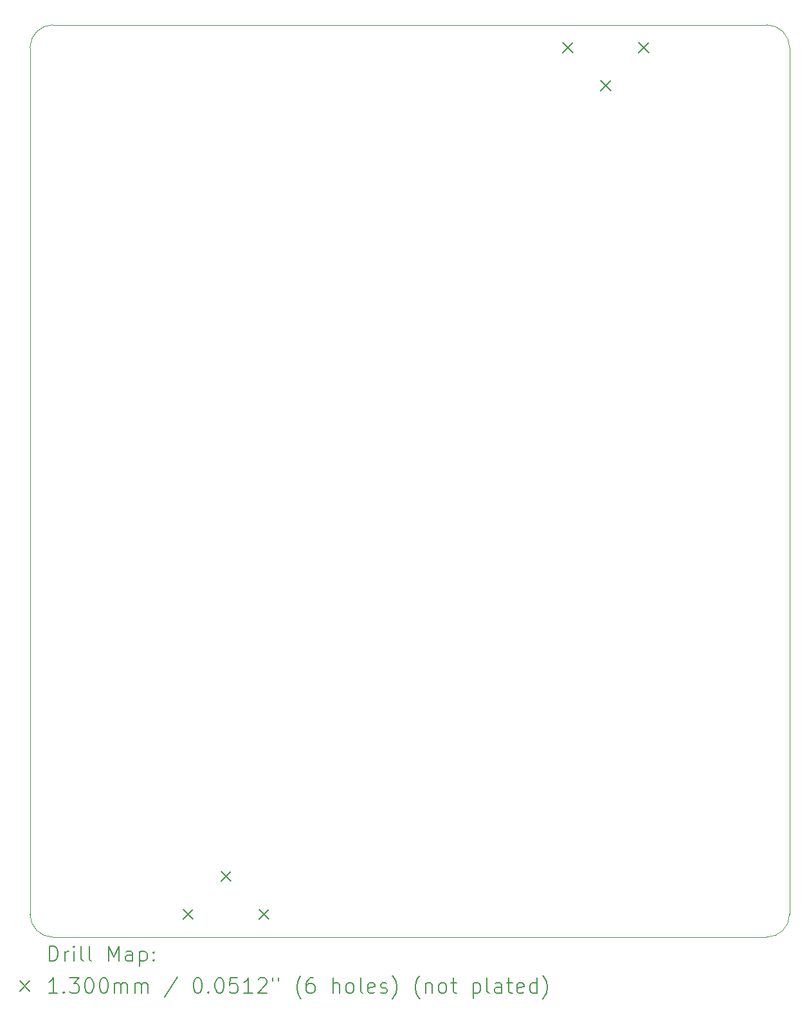
<source format=gbr>
%TF.GenerationSoftware,KiCad,Pcbnew,7.0.10-7.0.10~ubuntu22.04.1*%
%TF.CreationDate,2024-01-03T17:51:55-08:00*%
%TF.ProjectId,PartyLine80,50617274-794c-4696-9e65-38302e6b6963,rev?*%
%TF.SameCoordinates,Original*%
%TF.FileFunction,Drillmap*%
%TF.FilePolarity,Positive*%
%FSLAX45Y45*%
G04 Gerber Fmt 4.5, Leading zero omitted, Abs format (unit mm)*
G04 Created by KiCad (PCBNEW 7.0.10-7.0.10~ubuntu22.04.1) date 2024-01-03 17:51:55*
%MOMM*%
%LPD*%
G01*
G04 APERTURE LIST*
%ADD10C,0.100000*%
%ADD11C,0.200000*%
%ADD12C,0.130000*%
G04 APERTURE END LIST*
D10*
X5300000Y-14000000D02*
X14700000Y-14000000D01*
X14700000Y-14000000D02*
G75*
G03*
X15000000Y-13700000I0J300000D01*
G01*
X15000000Y-2300000D02*
G75*
G03*
X14700000Y-2000000I-300000J0D01*
G01*
X5000000Y-13700000D02*
G75*
G03*
X5300000Y-14000000I300000J0D01*
G01*
X5300000Y-2000000D02*
G75*
G03*
X5000000Y-2300000I0J-300000D01*
G01*
X5300000Y-2000000D02*
X14700000Y-2000000D01*
X15000000Y-2300000D02*
X15000000Y-13700000D01*
X5000000Y-13700000D02*
X5000000Y-2300000D01*
D11*
D12*
X7015000Y-13635000D02*
X7145000Y-13765000D01*
X7145000Y-13635000D02*
X7015000Y-13765000D01*
X7516000Y-13135000D02*
X7646000Y-13265000D01*
X7646000Y-13135000D02*
X7516000Y-13265000D01*
X8015000Y-13635000D02*
X8145000Y-13765000D01*
X8145000Y-13635000D02*
X8015000Y-13765000D01*
X12015000Y-2235000D02*
X12145000Y-2365000D01*
X12145000Y-2235000D02*
X12015000Y-2365000D01*
X12514000Y-2735000D02*
X12644000Y-2865000D01*
X12644000Y-2735000D02*
X12514000Y-2865000D01*
X13015000Y-2235000D02*
X13145000Y-2365000D01*
X13145000Y-2235000D02*
X13015000Y-2365000D01*
D11*
X5255777Y-14316484D02*
X5255777Y-14116484D01*
X5255777Y-14116484D02*
X5303396Y-14116484D01*
X5303396Y-14116484D02*
X5331967Y-14126008D01*
X5331967Y-14126008D02*
X5351015Y-14145055D01*
X5351015Y-14145055D02*
X5360539Y-14164103D01*
X5360539Y-14164103D02*
X5370063Y-14202198D01*
X5370063Y-14202198D02*
X5370063Y-14230769D01*
X5370063Y-14230769D02*
X5360539Y-14268865D01*
X5360539Y-14268865D02*
X5351015Y-14287912D01*
X5351015Y-14287912D02*
X5331967Y-14306960D01*
X5331967Y-14306960D02*
X5303396Y-14316484D01*
X5303396Y-14316484D02*
X5255777Y-14316484D01*
X5455777Y-14316484D02*
X5455777Y-14183150D01*
X5455777Y-14221246D02*
X5465301Y-14202198D01*
X5465301Y-14202198D02*
X5474824Y-14192674D01*
X5474824Y-14192674D02*
X5493872Y-14183150D01*
X5493872Y-14183150D02*
X5512920Y-14183150D01*
X5579586Y-14316484D02*
X5579586Y-14183150D01*
X5579586Y-14116484D02*
X5570063Y-14126008D01*
X5570063Y-14126008D02*
X5579586Y-14135531D01*
X5579586Y-14135531D02*
X5589110Y-14126008D01*
X5589110Y-14126008D02*
X5579586Y-14116484D01*
X5579586Y-14116484D02*
X5579586Y-14135531D01*
X5703396Y-14316484D02*
X5684348Y-14306960D01*
X5684348Y-14306960D02*
X5674824Y-14287912D01*
X5674824Y-14287912D02*
X5674824Y-14116484D01*
X5808158Y-14316484D02*
X5789110Y-14306960D01*
X5789110Y-14306960D02*
X5779586Y-14287912D01*
X5779586Y-14287912D02*
X5779586Y-14116484D01*
X6036729Y-14316484D02*
X6036729Y-14116484D01*
X6036729Y-14116484D02*
X6103396Y-14259341D01*
X6103396Y-14259341D02*
X6170062Y-14116484D01*
X6170062Y-14116484D02*
X6170062Y-14316484D01*
X6351015Y-14316484D02*
X6351015Y-14211722D01*
X6351015Y-14211722D02*
X6341491Y-14192674D01*
X6341491Y-14192674D02*
X6322443Y-14183150D01*
X6322443Y-14183150D02*
X6284348Y-14183150D01*
X6284348Y-14183150D02*
X6265301Y-14192674D01*
X6351015Y-14306960D02*
X6331967Y-14316484D01*
X6331967Y-14316484D02*
X6284348Y-14316484D01*
X6284348Y-14316484D02*
X6265301Y-14306960D01*
X6265301Y-14306960D02*
X6255777Y-14287912D01*
X6255777Y-14287912D02*
X6255777Y-14268865D01*
X6255777Y-14268865D02*
X6265301Y-14249817D01*
X6265301Y-14249817D02*
X6284348Y-14240293D01*
X6284348Y-14240293D02*
X6331967Y-14240293D01*
X6331967Y-14240293D02*
X6351015Y-14230769D01*
X6446253Y-14183150D02*
X6446253Y-14383150D01*
X6446253Y-14192674D02*
X6465301Y-14183150D01*
X6465301Y-14183150D02*
X6503396Y-14183150D01*
X6503396Y-14183150D02*
X6522443Y-14192674D01*
X6522443Y-14192674D02*
X6531967Y-14202198D01*
X6531967Y-14202198D02*
X6541491Y-14221246D01*
X6541491Y-14221246D02*
X6541491Y-14278388D01*
X6541491Y-14278388D02*
X6531967Y-14297436D01*
X6531967Y-14297436D02*
X6522443Y-14306960D01*
X6522443Y-14306960D02*
X6503396Y-14316484D01*
X6503396Y-14316484D02*
X6465301Y-14316484D01*
X6465301Y-14316484D02*
X6446253Y-14306960D01*
X6627205Y-14297436D02*
X6636729Y-14306960D01*
X6636729Y-14306960D02*
X6627205Y-14316484D01*
X6627205Y-14316484D02*
X6617682Y-14306960D01*
X6617682Y-14306960D02*
X6627205Y-14297436D01*
X6627205Y-14297436D02*
X6627205Y-14316484D01*
X6627205Y-14192674D02*
X6636729Y-14202198D01*
X6636729Y-14202198D02*
X6627205Y-14211722D01*
X6627205Y-14211722D02*
X6617682Y-14202198D01*
X6617682Y-14202198D02*
X6627205Y-14192674D01*
X6627205Y-14192674D02*
X6627205Y-14211722D01*
D12*
X4865000Y-14580000D02*
X4995000Y-14710000D01*
X4995000Y-14580000D02*
X4865000Y-14710000D01*
D11*
X5360539Y-14736484D02*
X5246253Y-14736484D01*
X5303396Y-14736484D02*
X5303396Y-14536484D01*
X5303396Y-14536484D02*
X5284348Y-14565055D01*
X5284348Y-14565055D02*
X5265301Y-14584103D01*
X5265301Y-14584103D02*
X5246253Y-14593627D01*
X5446253Y-14717436D02*
X5455777Y-14726960D01*
X5455777Y-14726960D02*
X5446253Y-14736484D01*
X5446253Y-14736484D02*
X5436729Y-14726960D01*
X5436729Y-14726960D02*
X5446253Y-14717436D01*
X5446253Y-14717436D02*
X5446253Y-14736484D01*
X5522444Y-14536484D02*
X5646253Y-14536484D01*
X5646253Y-14536484D02*
X5579586Y-14612674D01*
X5579586Y-14612674D02*
X5608158Y-14612674D01*
X5608158Y-14612674D02*
X5627205Y-14622198D01*
X5627205Y-14622198D02*
X5636729Y-14631722D01*
X5636729Y-14631722D02*
X5646253Y-14650769D01*
X5646253Y-14650769D02*
X5646253Y-14698388D01*
X5646253Y-14698388D02*
X5636729Y-14717436D01*
X5636729Y-14717436D02*
X5627205Y-14726960D01*
X5627205Y-14726960D02*
X5608158Y-14736484D01*
X5608158Y-14736484D02*
X5551015Y-14736484D01*
X5551015Y-14736484D02*
X5531967Y-14726960D01*
X5531967Y-14726960D02*
X5522444Y-14717436D01*
X5770062Y-14536484D02*
X5789110Y-14536484D01*
X5789110Y-14536484D02*
X5808158Y-14546008D01*
X5808158Y-14546008D02*
X5817682Y-14555531D01*
X5817682Y-14555531D02*
X5827205Y-14574579D01*
X5827205Y-14574579D02*
X5836729Y-14612674D01*
X5836729Y-14612674D02*
X5836729Y-14660293D01*
X5836729Y-14660293D02*
X5827205Y-14698388D01*
X5827205Y-14698388D02*
X5817682Y-14717436D01*
X5817682Y-14717436D02*
X5808158Y-14726960D01*
X5808158Y-14726960D02*
X5789110Y-14736484D01*
X5789110Y-14736484D02*
X5770062Y-14736484D01*
X5770062Y-14736484D02*
X5751015Y-14726960D01*
X5751015Y-14726960D02*
X5741491Y-14717436D01*
X5741491Y-14717436D02*
X5731967Y-14698388D01*
X5731967Y-14698388D02*
X5722443Y-14660293D01*
X5722443Y-14660293D02*
X5722443Y-14612674D01*
X5722443Y-14612674D02*
X5731967Y-14574579D01*
X5731967Y-14574579D02*
X5741491Y-14555531D01*
X5741491Y-14555531D02*
X5751015Y-14546008D01*
X5751015Y-14546008D02*
X5770062Y-14536484D01*
X5960539Y-14536484D02*
X5979586Y-14536484D01*
X5979586Y-14536484D02*
X5998634Y-14546008D01*
X5998634Y-14546008D02*
X6008158Y-14555531D01*
X6008158Y-14555531D02*
X6017682Y-14574579D01*
X6017682Y-14574579D02*
X6027205Y-14612674D01*
X6027205Y-14612674D02*
X6027205Y-14660293D01*
X6027205Y-14660293D02*
X6017682Y-14698388D01*
X6017682Y-14698388D02*
X6008158Y-14717436D01*
X6008158Y-14717436D02*
X5998634Y-14726960D01*
X5998634Y-14726960D02*
X5979586Y-14736484D01*
X5979586Y-14736484D02*
X5960539Y-14736484D01*
X5960539Y-14736484D02*
X5941491Y-14726960D01*
X5941491Y-14726960D02*
X5931967Y-14717436D01*
X5931967Y-14717436D02*
X5922443Y-14698388D01*
X5922443Y-14698388D02*
X5912920Y-14660293D01*
X5912920Y-14660293D02*
X5912920Y-14612674D01*
X5912920Y-14612674D02*
X5922443Y-14574579D01*
X5922443Y-14574579D02*
X5931967Y-14555531D01*
X5931967Y-14555531D02*
X5941491Y-14546008D01*
X5941491Y-14546008D02*
X5960539Y-14536484D01*
X6112920Y-14736484D02*
X6112920Y-14603150D01*
X6112920Y-14622198D02*
X6122443Y-14612674D01*
X6122443Y-14612674D02*
X6141491Y-14603150D01*
X6141491Y-14603150D02*
X6170063Y-14603150D01*
X6170063Y-14603150D02*
X6189110Y-14612674D01*
X6189110Y-14612674D02*
X6198634Y-14631722D01*
X6198634Y-14631722D02*
X6198634Y-14736484D01*
X6198634Y-14631722D02*
X6208158Y-14612674D01*
X6208158Y-14612674D02*
X6227205Y-14603150D01*
X6227205Y-14603150D02*
X6255777Y-14603150D01*
X6255777Y-14603150D02*
X6274824Y-14612674D01*
X6274824Y-14612674D02*
X6284348Y-14631722D01*
X6284348Y-14631722D02*
X6284348Y-14736484D01*
X6379586Y-14736484D02*
X6379586Y-14603150D01*
X6379586Y-14622198D02*
X6389110Y-14612674D01*
X6389110Y-14612674D02*
X6408158Y-14603150D01*
X6408158Y-14603150D02*
X6436729Y-14603150D01*
X6436729Y-14603150D02*
X6455777Y-14612674D01*
X6455777Y-14612674D02*
X6465301Y-14631722D01*
X6465301Y-14631722D02*
X6465301Y-14736484D01*
X6465301Y-14631722D02*
X6474824Y-14612674D01*
X6474824Y-14612674D02*
X6493872Y-14603150D01*
X6493872Y-14603150D02*
X6522443Y-14603150D01*
X6522443Y-14603150D02*
X6541491Y-14612674D01*
X6541491Y-14612674D02*
X6551015Y-14631722D01*
X6551015Y-14631722D02*
X6551015Y-14736484D01*
X6941491Y-14526960D02*
X6770063Y-14784103D01*
X7198634Y-14536484D02*
X7217682Y-14536484D01*
X7217682Y-14536484D02*
X7236729Y-14546008D01*
X7236729Y-14546008D02*
X7246253Y-14555531D01*
X7246253Y-14555531D02*
X7255777Y-14574579D01*
X7255777Y-14574579D02*
X7265301Y-14612674D01*
X7265301Y-14612674D02*
X7265301Y-14660293D01*
X7265301Y-14660293D02*
X7255777Y-14698388D01*
X7255777Y-14698388D02*
X7246253Y-14717436D01*
X7246253Y-14717436D02*
X7236729Y-14726960D01*
X7236729Y-14726960D02*
X7217682Y-14736484D01*
X7217682Y-14736484D02*
X7198634Y-14736484D01*
X7198634Y-14736484D02*
X7179586Y-14726960D01*
X7179586Y-14726960D02*
X7170063Y-14717436D01*
X7170063Y-14717436D02*
X7160539Y-14698388D01*
X7160539Y-14698388D02*
X7151015Y-14660293D01*
X7151015Y-14660293D02*
X7151015Y-14612674D01*
X7151015Y-14612674D02*
X7160539Y-14574579D01*
X7160539Y-14574579D02*
X7170063Y-14555531D01*
X7170063Y-14555531D02*
X7179586Y-14546008D01*
X7179586Y-14546008D02*
X7198634Y-14536484D01*
X7351015Y-14717436D02*
X7360539Y-14726960D01*
X7360539Y-14726960D02*
X7351015Y-14736484D01*
X7351015Y-14736484D02*
X7341491Y-14726960D01*
X7341491Y-14726960D02*
X7351015Y-14717436D01*
X7351015Y-14717436D02*
X7351015Y-14736484D01*
X7484348Y-14536484D02*
X7503396Y-14536484D01*
X7503396Y-14536484D02*
X7522444Y-14546008D01*
X7522444Y-14546008D02*
X7531967Y-14555531D01*
X7531967Y-14555531D02*
X7541491Y-14574579D01*
X7541491Y-14574579D02*
X7551015Y-14612674D01*
X7551015Y-14612674D02*
X7551015Y-14660293D01*
X7551015Y-14660293D02*
X7541491Y-14698388D01*
X7541491Y-14698388D02*
X7531967Y-14717436D01*
X7531967Y-14717436D02*
X7522444Y-14726960D01*
X7522444Y-14726960D02*
X7503396Y-14736484D01*
X7503396Y-14736484D02*
X7484348Y-14736484D01*
X7484348Y-14736484D02*
X7465301Y-14726960D01*
X7465301Y-14726960D02*
X7455777Y-14717436D01*
X7455777Y-14717436D02*
X7446253Y-14698388D01*
X7446253Y-14698388D02*
X7436729Y-14660293D01*
X7436729Y-14660293D02*
X7436729Y-14612674D01*
X7436729Y-14612674D02*
X7446253Y-14574579D01*
X7446253Y-14574579D02*
X7455777Y-14555531D01*
X7455777Y-14555531D02*
X7465301Y-14546008D01*
X7465301Y-14546008D02*
X7484348Y-14536484D01*
X7731967Y-14536484D02*
X7636729Y-14536484D01*
X7636729Y-14536484D02*
X7627206Y-14631722D01*
X7627206Y-14631722D02*
X7636729Y-14622198D01*
X7636729Y-14622198D02*
X7655777Y-14612674D01*
X7655777Y-14612674D02*
X7703396Y-14612674D01*
X7703396Y-14612674D02*
X7722444Y-14622198D01*
X7722444Y-14622198D02*
X7731967Y-14631722D01*
X7731967Y-14631722D02*
X7741491Y-14650769D01*
X7741491Y-14650769D02*
X7741491Y-14698388D01*
X7741491Y-14698388D02*
X7731967Y-14717436D01*
X7731967Y-14717436D02*
X7722444Y-14726960D01*
X7722444Y-14726960D02*
X7703396Y-14736484D01*
X7703396Y-14736484D02*
X7655777Y-14736484D01*
X7655777Y-14736484D02*
X7636729Y-14726960D01*
X7636729Y-14726960D02*
X7627206Y-14717436D01*
X7931967Y-14736484D02*
X7817682Y-14736484D01*
X7874825Y-14736484D02*
X7874825Y-14536484D01*
X7874825Y-14536484D02*
X7855777Y-14565055D01*
X7855777Y-14565055D02*
X7836729Y-14584103D01*
X7836729Y-14584103D02*
X7817682Y-14593627D01*
X8008158Y-14555531D02*
X8017682Y-14546008D01*
X8017682Y-14546008D02*
X8036729Y-14536484D01*
X8036729Y-14536484D02*
X8084348Y-14536484D01*
X8084348Y-14536484D02*
X8103396Y-14546008D01*
X8103396Y-14546008D02*
X8112920Y-14555531D01*
X8112920Y-14555531D02*
X8122444Y-14574579D01*
X8122444Y-14574579D02*
X8122444Y-14593627D01*
X8122444Y-14593627D02*
X8112920Y-14622198D01*
X8112920Y-14622198D02*
X7998634Y-14736484D01*
X7998634Y-14736484D02*
X8122444Y-14736484D01*
X8198634Y-14536484D02*
X8198634Y-14574579D01*
X8274825Y-14536484D02*
X8274825Y-14574579D01*
X8570063Y-14812674D02*
X8560539Y-14803150D01*
X8560539Y-14803150D02*
X8541491Y-14774579D01*
X8541491Y-14774579D02*
X8531968Y-14755531D01*
X8531968Y-14755531D02*
X8522444Y-14726960D01*
X8522444Y-14726960D02*
X8512920Y-14679341D01*
X8512920Y-14679341D02*
X8512920Y-14641246D01*
X8512920Y-14641246D02*
X8522444Y-14593627D01*
X8522444Y-14593627D02*
X8531968Y-14565055D01*
X8531968Y-14565055D02*
X8541491Y-14546008D01*
X8541491Y-14546008D02*
X8560539Y-14517436D01*
X8560539Y-14517436D02*
X8570063Y-14507912D01*
X8731968Y-14536484D02*
X8693872Y-14536484D01*
X8693872Y-14536484D02*
X8674825Y-14546008D01*
X8674825Y-14546008D02*
X8665301Y-14555531D01*
X8665301Y-14555531D02*
X8646253Y-14584103D01*
X8646253Y-14584103D02*
X8636730Y-14622198D01*
X8636730Y-14622198D02*
X8636730Y-14698388D01*
X8636730Y-14698388D02*
X8646253Y-14717436D01*
X8646253Y-14717436D02*
X8655777Y-14726960D01*
X8655777Y-14726960D02*
X8674825Y-14736484D01*
X8674825Y-14736484D02*
X8712920Y-14736484D01*
X8712920Y-14736484D02*
X8731968Y-14726960D01*
X8731968Y-14726960D02*
X8741491Y-14717436D01*
X8741491Y-14717436D02*
X8751015Y-14698388D01*
X8751015Y-14698388D02*
X8751015Y-14650769D01*
X8751015Y-14650769D02*
X8741491Y-14631722D01*
X8741491Y-14631722D02*
X8731968Y-14622198D01*
X8731968Y-14622198D02*
X8712920Y-14612674D01*
X8712920Y-14612674D02*
X8674825Y-14612674D01*
X8674825Y-14612674D02*
X8655777Y-14622198D01*
X8655777Y-14622198D02*
X8646253Y-14631722D01*
X8646253Y-14631722D02*
X8636730Y-14650769D01*
X8989111Y-14736484D02*
X8989111Y-14536484D01*
X9074825Y-14736484D02*
X9074825Y-14631722D01*
X9074825Y-14631722D02*
X9065301Y-14612674D01*
X9065301Y-14612674D02*
X9046253Y-14603150D01*
X9046253Y-14603150D02*
X9017682Y-14603150D01*
X9017682Y-14603150D02*
X8998634Y-14612674D01*
X8998634Y-14612674D02*
X8989111Y-14622198D01*
X9198634Y-14736484D02*
X9179587Y-14726960D01*
X9179587Y-14726960D02*
X9170063Y-14717436D01*
X9170063Y-14717436D02*
X9160539Y-14698388D01*
X9160539Y-14698388D02*
X9160539Y-14641246D01*
X9160539Y-14641246D02*
X9170063Y-14622198D01*
X9170063Y-14622198D02*
X9179587Y-14612674D01*
X9179587Y-14612674D02*
X9198634Y-14603150D01*
X9198634Y-14603150D02*
X9227206Y-14603150D01*
X9227206Y-14603150D02*
X9246253Y-14612674D01*
X9246253Y-14612674D02*
X9255777Y-14622198D01*
X9255777Y-14622198D02*
X9265301Y-14641246D01*
X9265301Y-14641246D02*
X9265301Y-14698388D01*
X9265301Y-14698388D02*
X9255777Y-14717436D01*
X9255777Y-14717436D02*
X9246253Y-14726960D01*
X9246253Y-14726960D02*
X9227206Y-14736484D01*
X9227206Y-14736484D02*
X9198634Y-14736484D01*
X9379587Y-14736484D02*
X9360539Y-14726960D01*
X9360539Y-14726960D02*
X9351015Y-14707912D01*
X9351015Y-14707912D02*
X9351015Y-14536484D01*
X9531968Y-14726960D02*
X9512920Y-14736484D01*
X9512920Y-14736484D02*
X9474825Y-14736484D01*
X9474825Y-14736484D02*
X9455777Y-14726960D01*
X9455777Y-14726960D02*
X9446253Y-14707912D01*
X9446253Y-14707912D02*
X9446253Y-14631722D01*
X9446253Y-14631722D02*
X9455777Y-14612674D01*
X9455777Y-14612674D02*
X9474825Y-14603150D01*
X9474825Y-14603150D02*
X9512920Y-14603150D01*
X9512920Y-14603150D02*
X9531968Y-14612674D01*
X9531968Y-14612674D02*
X9541492Y-14631722D01*
X9541492Y-14631722D02*
X9541492Y-14650769D01*
X9541492Y-14650769D02*
X9446253Y-14669817D01*
X9617682Y-14726960D02*
X9636730Y-14736484D01*
X9636730Y-14736484D02*
X9674825Y-14736484D01*
X9674825Y-14736484D02*
X9693873Y-14726960D01*
X9693873Y-14726960D02*
X9703396Y-14707912D01*
X9703396Y-14707912D02*
X9703396Y-14698388D01*
X9703396Y-14698388D02*
X9693873Y-14679341D01*
X9693873Y-14679341D02*
X9674825Y-14669817D01*
X9674825Y-14669817D02*
X9646253Y-14669817D01*
X9646253Y-14669817D02*
X9627206Y-14660293D01*
X9627206Y-14660293D02*
X9617682Y-14641246D01*
X9617682Y-14641246D02*
X9617682Y-14631722D01*
X9617682Y-14631722D02*
X9627206Y-14612674D01*
X9627206Y-14612674D02*
X9646253Y-14603150D01*
X9646253Y-14603150D02*
X9674825Y-14603150D01*
X9674825Y-14603150D02*
X9693873Y-14612674D01*
X9770063Y-14812674D02*
X9779587Y-14803150D01*
X9779587Y-14803150D02*
X9798634Y-14774579D01*
X9798634Y-14774579D02*
X9808158Y-14755531D01*
X9808158Y-14755531D02*
X9817682Y-14726960D01*
X9817682Y-14726960D02*
X9827206Y-14679341D01*
X9827206Y-14679341D02*
X9827206Y-14641246D01*
X9827206Y-14641246D02*
X9817682Y-14593627D01*
X9817682Y-14593627D02*
X9808158Y-14565055D01*
X9808158Y-14565055D02*
X9798634Y-14546008D01*
X9798634Y-14546008D02*
X9779587Y-14517436D01*
X9779587Y-14517436D02*
X9770063Y-14507912D01*
X10131968Y-14812674D02*
X10122444Y-14803150D01*
X10122444Y-14803150D02*
X10103396Y-14774579D01*
X10103396Y-14774579D02*
X10093873Y-14755531D01*
X10093873Y-14755531D02*
X10084349Y-14726960D01*
X10084349Y-14726960D02*
X10074825Y-14679341D01*
X10074825Y-14679341D02*
X10074825Y-14641246D01*
X10074825Y-14641246D02*
X10084349Y-14593627D01*
X10084349Y-14593627D02*
X10093873Y-14565055D01*
X10093873Y-14565055D02*
X10103396Y-14546008D01*
X10103396Y-14546008D02*
X10122444Y-14517436D01*
X10122444Y-14517436D02*
X10131968Y-14507912D01*
X10208158Y-14603150D02*
X10208158Y-14736484D01*
X10208158Y-14622198D02*
X10217682Y-14612674D01*
X10217682Y-14612674D02*
X10236730Y-14603150D01*
X10236730Y-14603150D02*
X10265301Y-14603150D01*
X10265301Y-14603150D02*
X10284349Y-14612674D01*
X10284349Y-14612674D02*
X10293873Y-14631722D01*
X10293873Y-14631722D02*
X10293873Y-14736484D01*
X10417682Y-14736484D02*
X10398634Y-14726960D01*
X10398634Y-14726960D02*
X10389111Y-14717436D01*
X10389111Y-14717436D02*
X10379587Y-14698388D01*
X10379587Y-14698388D02*
X10379587Y-14641246D01*
X10379587Y-14641246D02*
X10389111Y-14622198D01*
X10389111Y-14622198D02*
X10398634Y-14612674D01*
X10398634Y-14612674D02*
X10417682Y-14603150D01*
X10417682Y-14603150D02*
X10446254Y-14603150D01*
X10446254Y-14603150D02*
X10465301Y-14612674D01*
X10465301Y-14612674D02*
X10474825Y-14622198D01*
X10474825Y-14622198D02*
X10484349Y-14641246D01*
X10484349Y-14641246D02*
X10484349Y-14698388D01*
X10484349Y-14698388D02*
X10474825Y-14717436D01*
X10474825Y-14717436D02*
X10465301Y-14726960D01*
X10465301Y-14726960D02*
X10446254Y-14736484D01*
X10446254Y-14736484D02*
X10417682Y-14736484D01*
X10541492Y-14603150D02*
X10617682Y-14603150D01*
X10570063Y-14536484D02*
X10570063Y-14707912D01*
X10570063Y-14707912D02*
X10579587Y-14726960D01*
X10579587Y-14726960D02*
X10598634Y-14736484D01*
X10598634Y-14736484D02*
X10617682Y-14736484D01*
X10836730Y-14603150D02*
X10836730Y-14803150D01*
X10836730Y-14612674D02*
X10855777Y-14603150D01*
X10855777Y-14603150D02*
X10893873Y-14603150D01*
X10893873Y-14603150D02*
X10912920Y-14612674D01*
X10912920Y-14612674D02*
X10922444Y-14622198D01*
X10922444Y-14622198D02*
X10931968Y-14641246D01*
X10931968Y-14641246D02*
X10931968Y-14698388D01*
X10931968Y-14698388D02*
X10922444Y-14717436D01*
X10922444Y-14717436D02*
X10912920Y-14726960D01*
X10912920Y-14726960D02*
X10893873Y-14736484D01*
X10893873Y-14736484D02*
X10855777Y-14736484D01*
X10855777Y-14736484D02*
X10836730Y-14726960D01*
X11046254Y-14736484D02*
X11027206Y-14726960D01*
X11027206Y-14726960D02*
X11017682Y-14707912D01*
X11017682Y-14707912D02*
X11017682Y-14536484D01*
X11208158Y-14736484D02*
X11208158Y-14631722D01*
X11208158Y-14631722D02*
X11198634Y-14612674D01*
X11198634Y-14612674D02*
X11179587Y-14603150D01*
X11179587Y-14603150D02*
X11141492Y-14603150D01*
X11141492Y-14603150D02*
X11122444Y-14612674D01*
X11208158Y-14726960D02*
X11189111Y-14736484D01*
X11189111Y-14736484D02*
X11141492Y-14736484D01*
X11141492Y-14736484D02*
X11122444Y-14726960D01*
X11122444Y-14726960D02*
X11112920Y-14707912D01*
X11112920Y-14707912D02*
X11112920Y-14688865D01*
X11112920Y-14688865D02*
X11122444Y-14669817D01*
X11122444Y-14669817D02*
X11141492Y-14660293D01*
X11141492Y-14660293D02*
X11189111Y-14660293D01*
X11189111Y-14660293D02*
X11208158Y-14650769D01*
X11274825Y-14603150D02*
X11351015Y-14603150D01*
X11303396Y-14536484D02*
X11303396Y-14707912D01*
X11303396Y-14707912D02*
X11312920Y-14726960D01*
X11312920Y-14726960D02*
X11331968Y-14736484D01*
X11331968Y-14736484D02*
X11351015Y-14736484D01*
X11493873Y-14726960D02*
X11474825Y-14736484D01*
X11474825Y-14736484D02*
X11436730Y-14736484D01*
X11436730Y-14736484D02*
X11417682Y-14726960D01*
X11417682Y-14726960D02*
X11408158Y-14707912D01*
X11408158Y-14707912D02*
X11408158Y-14631722D01*
X11408158Y-14631722D02*
X11417682Y-14612674D01*
X11417682Y-14612674D02*
X11436730Y-14603150D01*
X11436730Y-14603150D02*
X11474825Y-14603150D01*
X11474825Y-14603150D02*
X11493873Y-14612674D01*
X11493873Y-14612674D02*
X11503396Y-14631722D01*
X11503396Y-14631722D02*
X11503396Y-14650769D01*
X11503396Y-14650769D02*
X11408158Y-14669817D01*
X11674825Y-14736484D02*
X11674825Y-14536484D01*
X11674825Y-14726960D02*
X11655777Y-14736484D01*
X11655777Y-14736484D02*
X11617682Y-14736484D01*
X11617682Y-14736484D02*
X11598634Y-14726960D01*
X11598634Y-14726960D02*
X11589111Y-14717436D01*
X11589111Y-14717436D02*
X11579587Y-14698388D01*
X11579587Y-14698388D02*
X11579587Y-14641246D01*
X11579587Y-14641246D02*
X11589111Y-14622198D01*
X11589111Y-14622198D02*
X11598634Y-14612674D01*
X11598634Y-14612674D02*
X11617682Y-14603150D01*
X11617682Y-14603150D02*
X11655777Y-14603150D01*
X11655777Y-14603150D02*
X11674825Y-14612674D01*
X11751015Y-14812674D02*
X11760539Y-14803150D01*
X11760539Y-14803150D02*
X11779587Y-14774579D01*
X11779587Y-14774579D02*
X11789111Y-14755531D01*
X11789111Y-14755531D02*
X11798634Y-14726960D01*
X11798634Y-14726960D02*
X11808158Y-14679341D01*
X11808158Y-14679341D02*
X11808158Y-14641246D01*
X11808158Y-14641246D02*
X11798634Y-14593627D01*
X11798634Y-14593627D02*
X11789111Y-14565055D01*
X11789111Y-14565055D02*
X11779587Y-14546008D01*
X11779587Y-14546008D02*
X11760539Y-14517436D01*
X11760539Y-14517436D02*
X11751015Y-14507912D01*
M02*

</source>
